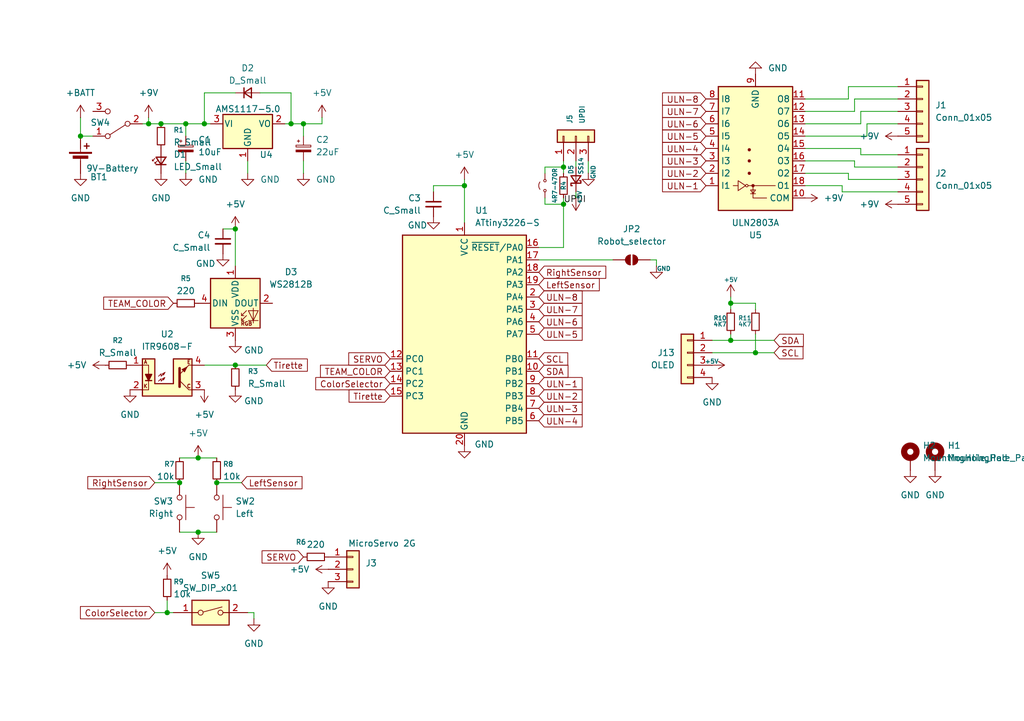
<source format=kicad_sch>
(kicad_sch (version 20250114) (generator "eeschema") (generator_version "9.0")
  (paper "A5")
  (lib_symbols
    (symbol "Connector_Generic:Conn_01x03" (pin_names (offset 1.016) (hide yes))
      (property "Reference" "J" (at 0 5.08 0))
      (property "Value" "Conn_01x03" (at 0 -5.08 0))
      (symbol "Conn_01x03_1_1"
        (rectangle (start -1.27 3.81) (end 1.27 -3.81) (stroke (width 0.254)) (fill (type background)))
        (rectangle (start -1.27 2.667) (end 0 2.413) (stroke (width 0.1524)))
        (rectangle (start -1.27 0.127) (end 0 -0.127) (stroke (width 0.1524)))
        (rectangle (start -1.27 -2.413) (end 0 -2.667) (stroke (width 0.1524)))
        (pin passive line (at -5.08 2.54 0) (length 3.81) (name "Pin_1") (number "1"))
        (pin passive line (at -5.08 0 0) (length 3.81) (name "Pin_2") (number "2"))
        (pin passive line (at -5.08 -2.54 0) (length 3.81) (name "Pin_3") (number "3"))
      )
    )
    (symbol "Connector_Generic:Conn_01x04" (pin_names (offset 1.016) (hide yes))
      (property "Reference" "J" (at 0 5.08 0))
      (property "Value" "Conn_01x04" (at 0 -7.62 0))
      (symbol "Conn_01x04_1_1"
        (rectangle (start -1.27 3.81) (end 1.27 -6.35) (stroke (width 0.254)) (fill (type background)))
        (rectangle (start -1.27 2.667) (end 0 2.413) (stroke (width 0.1524)))
        (rectangle (start -1.27 0.127) (end 0 -0.127) (stroke (width 0.1524)))
        (rectangle (start -1.27 -2.413) (end 0 -2.667) (stroke (width 0.1524)))
        (rectangle (start -1.27 -4.953) (end 0 -5.207) (stroke (width 0.1524)))
        (pin passive line (at -5.08 2.54 0) (length 3.81) (name "Pin_1") (number "1"))
        (pin passive line (at -5.08 0 0) (length 3.81) (name "Pin_2") (number "2"))
        (pin passive line (at -5.08 -2.54 0) (length 3.81) (name "Pin_3") (number "3"))
        (pin passive line (at -5.08 -5.08 0) (length 3.81) (name "Pin_4") (number "4"))
      )
    )
    (symbol "Connector_Generic:Conn_01x05" (pin_names (offset 1.016) (hide yes))
      (property "Reference" "J" (at 0 7.62 0))
      (property "Value" "Conn_01x05" (at 0 -7.62 0))
      (symbol "Conn_01x05_1_1"
        (rectangle (start -1.27 6.35) (end 1.27 -6.35) (stroke (width 0.254)) (fill (type background)))
        (rectangle (start -1.27 5.207) (end 0 4.953) (stroke (width 0.1524)))
        (rectangle (start -1.27 2.667) (end 0 2.413) (stroke (width 0.1524)))
        (rectangle (start -1.27 0.127) (end 0 -0.127) (stroke (width 0.1524)))
        (rectangle (start -1.27 -2.413) (end 0 -2.667) (stroke (width 0.1524)))
        (rectangle (start -1.27 -4.953) (end 0 -5.207) (stroke (width 0.1524)))
        (pin passive line (at -5.08 5.08 0) (length 3.81) (name "Pin_1") (number "1"))
        (pin passive line (at -5.08 2.54 0) (length 3.81) (name "Pin_2") (number "2"))
        (pin passive line (at -5.08 0 0) (length 3.81) (name "Pin_3") (number "3"))
        (pin passive line (at -5.08 -2.54 0) (length 3.81) (name "Pin_4") (number "4"))
        (pin passive line (at -5.08 -5.08 0) (length 3.81) (name "Pin_5") (number "5"))
      )
    )
    (symbol "Device:Battery_Cell" (pin_numbers (hide yes)) (pin_names (offset 0) (hide yes))
      (property "Reference" "BT" (at 2.54 2.54 0))
      (property "Value" "Battery_Cell" (at 2.54 0 0))
      (symbol "Battery_Cell_0_1"
        (rectangle (start -2.286 1.778) (end 2.286 1.524) (fill (type outline)))
        (rectangle (start -1.524 1.016) (end 1.524 0.508) (fill (type outline)))
        (polyline (pts (xy 0 1.778) (xy 0 2.54)))
        (polyline (pts (xy 0 0.762) (xy 0 0)))
        (polyline (pts (xy 0.762 3.048) (xy 1.778 3.048)) (stroke (width 0.254)))
        (polyline (pts (xy 1.27 3.556) (xy 1.27 2.54)) (stroke (width 0.254)))
      )
      (symbol "Battery_Cell_1_1"
        (pin passive line (at 0 5.08 270) (length 2.54) (name "+") (number "1"))
        (pin passive line (at 0 -2.54 90) (length 2.54) (name "-") (number "2"))
      )
    )
    (symbol "Device:C_Polarized_Small" (pin_numbers (hide yes)) (pin_names (offset 0.254) (hide yes))
      (property "Reference" "C" (at 0.254 1.778 0))
      (property "Value" "C_Polarized_Small" (at 0.254 -2.032 0))
      (symbol "C_Polarized_Small_0_1"
        (rectangle (start -1.524 0.6858) (end 1.524 0.3048))
        (rectangle (start -1.524 -0.3048) (end 1.524 -0.6858) (fill (type outline)))
        (polyline (pts (xy -1.27 1.524) (xy -0.762 1.524)))
        (polyline (pts (xy -1.016 1.27) (xy -1.016 1.778)))
      )
      (symbol "C_Polarized_Small_1_1"
        (pin passive line (at 0 2.54 270) (length 1.8542) (name "~") (number "1"))
        (pin passive line (at 0 -2.54 90) (length 1.8542) (name "~") (number "2"))
      )
    )
    (symbol "Device:C_Small" (pin_numbers (hide yes)) (pin_names (offset 0.254) (hide yes))
      (property "Reference" "C" (at 0.254 1.778 0))
      (property "Value" "C_Small" (at 0.254 -2.032 0))
      (symbol "C_Small_0_1"
        (polyline (pts (xy -1.524 0.508) (xy 1.524 0.508)) (stroke (width 0.3048)))
        (polyline (pts (xy -1.524 -0.508) (xy 1.524 -0.508)) (stroke (width 0.3302)))
      )
      (symbol "C_Small_1_1"
        (pin passive line (at 0 2.54 270) (length 2.032) (name "~") (number "1"))
        (pin passive line (at 0 -2.54 90) (length 2.032) (name "~") (number "2"))
      )
    )
    (symbol "Device:D_Schottky_Small" (pin_numbers (hide yes)) (pin_names (offset 0.254) (hide yes))
      (property "Reference" "D" (at -1.27 2.032 0))
      (property "Value" "D_Schottky_Small" (at -7.112 -2.032 0))
      (symbol "D_Schottky_Small_0_1"
        (polyline (pts (xy -1.27 0.762) (xy -1.27 1.016) (xy -0.762 1.016) (xy -0.762 -1.016) (xy -0.254 -1.016) (xy -0.254 -0.762)) (stroke (width 0.254)))
        (polyline (pts (xy -0.762 0) (xy 0.762 0)))
        (polyline (pts (xy 0.762 -1.016) (xy -0.762 0) (xy 0.762 1.016) (xy 0.762 -1.016)) (stroke (width 0.254)))
      )
      (symbol "D_Schottky_Small_1_1"
        (pin passive line (at -2.54 0 0) (length 1.778) (name "K") (number "1"))
        (pin passive line (at 2.54 0 180) (length 1.778) (name "A") (number "2"))
      )
    )
    (symbol "Device:D_Small" (pin_numbers (hide yes)) (pin_names (offset 0.254) (hide yes))
      (property "Reference" "D" (at -1.27 2.032 0))
      (property "Value" "D_Small" (at -3.81 -2.032 0))
      (symbol "D_Small_0_1"
        (polyline (pts (xy -0.762 0) (xy 0.762 0)))
        (polyline (pts (xy -0.762 -1.016) (xy -0.762 1.016)) (stroke (width 0.254)))
        (polyline (pts (xy 0.762 -1.016) (xy -0.762 0) (xy 0.762 1.016) (xy 0.762 -1.016)) (stroke (width 0.254)))
      )
      (symbol "D_Small_1_1"
        (pin passive line (at -2.54 0 0) (length 1.778) (name "K") (number "1"))
        (pin passive line (at 2.54 0 180) (length 1.778) (name "A") (number "2"))
      )
    )
    (symbol "Device:LED_Small" (pin_numbers (hide yes)) (pin_names (offset 0.254) (hide yes))
      (property "Reference" "D" (at -1.27 3.175 0))
      (property "Value" "LED_Small" (at -4.445 -2.54 0))
      (symbol "LED_Small_0_1"
        (polyline (pts (xy -0.762 -1.016) (xy -0.762 1.016)) (stroke (width 0.254)))
        (polyline (pts (xy 0 0.762) (xy -0.508 1.27) (xy -0.254 1.27) (xy -0.508 1.27) (xy -0.508 1.016)))
        (polyline (pts (xy 0.508 1.27) (xy 0 1.778) (xy 0.254 1.778) (xy 0 1.778) (xy 0 1.524)))
        (polyline (pts (xy 0.762 -1.016) (xy -0.762 0) (xy 0.762 1.016) (xy 0.762 -1.016)) (stroke (width 0.254)))
        (polyline (pts (xy 1.016 0) (xy -0.762 0)))
      )
      (symbol "LED_Small_1_1"
        (pin passive line (at -2.54 0 0) (length 1.778) (name "K") (number "1"))
        (pin passive line (at 2.54 0 180) (length 1.778) (name "A") (number "2"))
      )
    )
    (symbol "Device:R_Small" (pin_numbers (hide yes)) (pin_names (offset 0.254) (hide yes))
      (property "Reference" "R" (at 0 0 90))
      (property "Value" "R_Small" (at 1.778 0 90))
      (symbol "R_Small_0_1"
        (rectangle (start -0.762 1.778) (end 0.762 -1.778) (stroke (width 0.2032)))
      )
      (symbol "R_Small_1_1"
        (pin passive line (at 0 2.54 270) (length 0.762) (name "~") (number "1"))
        (pin passive line (at 0 -2.54 90) (length 0.762) (name "~") (number "2"))
      )
    )
    (symbol "Jumper:Jumper_2_Small_Open" (pin_numbers (hide yes)) (pin_names (offset 0) (hide yes))
      (property "Reference" "JP" (at 0 2.794 0))
      (property "Value" "Jumper_2_Small_Open" (at 0 -2.286 0))
      (symbol "Jumper_2_Small_Open_0_0"
        (circle (center -1.016 0) (radius 0.254))
        (circle (center 1.016 0) (radius 0.254))
      )
      (symbol "Jumper_2_Small_Open_0_1"
        (arc (start -0.762 1.0196) (mid 0 1.2729) (end 0.762 1.0196))
      )
      (symbol "Jumper_2_Small_Open_1_1"
        (pin passive line (at -2.54 0 0) (length 1.27) (name "A") (number "1"))
        (pin passive line (at 2.54 0 180) (length 1.27) (name "B") (number "2"))
      )
    )
    (symbol "Jumper:SolderJumper_2_Open" (pin_numbers (hide yes)) (pin_names (offset 0) (hide yes)) (in_bom no)
      (property "Reference" "JP" (at 0 2.032 0))
      (property "Value" "SolderJumper_2_Open" (at 0 -2.54 0))
      (symbol "SolderJumper_2_Open_0_1"
        (polyline (pts (xy -0.254 1.016) (xy -0.254 -1.016)))
        (arc (start -0.254 -1.016) (mid -1.2656 0) (end -0.254 1.016))
        (arc (start -0.254 -1.016) (mid -1.2656 0) (end -0.254 1.016) (fill (type outline)))
        (arc (start 0.254 1.016) (mid 1.2656 0) (end 0.254 -1.016))
        (arc (start 0.254 1.016) (mid 1.2656 0) (end 0.254 -1.016) (fill (type outline)))
        (polyline (pts (xy 0.254 1.016) (xy 0.254 -1.016)))
      )
      (symbol "SolderJumper_2_Open_1_1"
        (pin passive line (at -3.81 0 0) (length 2.54) (name "A") (number "1"))
        (pin passive line (at 3.81 0 180) (length 2.54) (name "B") (number "2"))
      )
    )
    (symbol "LED:WS2812B" (pin_names (offset 0.254))
      (property "Reference" "D" (at 5.08 5.715 0))
      (property "Value" "WS2812B" (at 1.27 -5.715 0))
      (symbol "WS2812B_0_0"
        (text "RGB" (at 2.286 -4.191 0) (effects (font (size 0.762 0.762))))
      )
      (symbol "WS2812B_0_1"
        (polyline (pts (xy 1.27 -2.54) (xy 1.778 -2.54)))
        (polyline (pts (xy 1.27 -3.556) (xy 1.778 -3.556)))
        (polyline (pts (xy 2.286 -1.524) (xy 1.27 -2.54) (xy 1.27 -2.032)))
        (polyline (pts (xy 2.286 -2.54) (xy 1.27 -3.556) (xy 1.27 -3.048)))
        (polyline (pts (xy 3.683 -1.016) (xy 3.683 -3.556) (xy 3.683 -4.064)))
        (polyline (pts (xy 4.699 -1.524) (xy 2.667 -1.524) (xy 3.683 -3.556) (xy 4.699 -1.524)))
        (polyline (pts (xy 4.699 -3.556) (xy 2.667 -3.556)))
        (rectangle (start 5.08 5.08) (end -5.08 -5.08) (stroke (width 0.254)) (fill (type background)))
      )
      (symbol "WS2812B_1_1"
        (pin input line (at -7.62 0 0) (length 2.54) (name "DIN") (number "4"))
        (pin power_in line (at 0 7.62 270) (length 2.54) (name "VDD") (number "1"))
        (pin power_in line (at 0 -7.62 90) (length 2.54) (name "VSS") (number "3"))
        (pin output line (at 7.62 0 180) (length 2.54) (name "DOUT") (number "2"))
      )
    )
    (symbol "MCU_Microchip_ATtiny:ATtiny3226-S"
      (property "Reference" "U" (at -12.7 21.59 0))
      (property "Value" "ATtiny3226-S" (at 2.54 -21.59 0))
      (symbol "ATtiny3226-S_0_1"
        (rectangle (start -12.7 -20.32) (end 12.7 20.32) (stroke (width 0.254)) (fill (type background)))
      )
      (symbol "ATtiny3226-S_1_1"
        (pin bidirectional line (at -15.24 -5.08 0) (length 2.54) (name "PC0") (number "12"))
        (pin bidirectional line (at -15.24 -7.62 0) (length 2.54) (name "PC1") (number "13"))
        (pin bidirectional line (at -15.24 -10.16 0) (length 2.54) (name "PC2") (number "14"))
        (pin bidirectional line (at -15.24 -12.7 0) (length 2.54) (name "PC3") (number "15"))
        (pin power_in line (at 0 22.86 270) (length 2.54) (name "VCC") (number "1"))
        (pin power_in line (at 0 -22.86 90) (length 2.54) (name "GND") (number "20"))
        (pin bidirectional line (at 15.24 17.78 180) (length 2.54) (name "~{RESET}/PA0") (number "16"))
        (pin bidirectional line (at 15.24 15.24 180) (length 2.54) (name "PA1") (number "17"))
        (pin bidirectional line (at 15.24 12.7 180) (length 2.54) (name "PA2") (number "18"))
        (pin bidirectional line (at 15.24 10.16 180) (length 2.54) (name "PA3") (number "19"))
        (pin bidirectional line (at 15.24 7.62 180) (length 2.54) (name "PA4") (number "2"))
        (pin bidirectional line (at 15.24 5.08 180) (length 2.54) (name "PA5") (number "3"))
        (pin bidirectional line (at 15.24 2.54 180) (length 2.54) (name "PA6") (number "4"))
        (pin bidirectional line (at 15.24 0 180) (length 2.54) (name "PA7") (number "5"))
        (pin bidirectional line (at 15.24 -5.08 180) (length 2.54) (name "PB0") (number "11"))
        (pin bidirectional line (at 15.24 -7.62 180) (length 2.54) (name "PB1") (number "10"))
        (pin bidirectional line (at 15.24 -10.16 180) (length 2.54) (name "PB2") (number "9"))
        (pin bidirectional line (at 15.24 -12.7 180) (length 2.54) (name "PB3") (number "8"))
        (pin bidirectional line (at 15.24 -15.24 180) (length 2.54) (name "PB4") (number "7"))
        (pin bidirectional line (at 15.24 -17.78 180) (length 2.54) (name "PB5") (number "6"))
      )
    )
    (symbol "Mechanical:MountingHole_Pad" (pin_numbers (hide yes)) (pin_names (offset 1.016) (hide yes)) (exclude_from_sim yes) (in_bom no)
      (property "Reference" "H" (at 0 6.35 0))
      (property "Value" "MountingHole_Pad" (at 0 4.445 0))
      (symbol "MountingHole_Pad_0_1"
        (circle (center 0 1.27) (radius 1.27) (stroke (width 1.27)))
      )
      (symbol "MountingHole_Pad_1_1"
        (pin input line (at 0 -2.54 90) (length 2.54) (name "1") (number "1"))
      )
    )
    (symbol "Regulator_Linear:AMS1117-3.3" (pin_names (offset 0.254))
      (property "Reference" "U" (at -3.81 3.175 0))
      (property "Value" "AMS1117-3.3" (at 0 3.175 0))
      (symbol "AMS1117-3.3_0_1"
        (rectangle (start -5.08 -5.08) (end 5.08 1.905) (stroke (width 0.254)) (fill (type background)))
      )
      (symbol "AMS1117-3.3_1_1"
        (pin power_in line (at -7.62 0 0) (length 2.54) (name "VI") (number "3"))
        (pin power_in line (at 0 -7.62 90) (length 2.54) (name "GND") (number "1"))
        (pin power_out line (at 7.62 0 180) (length 2.54) (name "VO") (number "2"))
      )
    )
    (symbol "Sensor_Proximity:ITR9608-F"
      (property "Reference" "U" (at -5.08 5.08 0))
      (property "Value" "ITR9608-F" (at 0 -5.08 0))
      (symbol "ITR9608-F_0_0"
        (text "A" (at -4.445 3.175 0) (effects (font (size 0.762 0.762))))
        (text "K" (at -4.445 -1.778 0) (effects (font (size 0.762 0.762))))
        (text "E" (at 4.445 3.175 0) (effects (font (size 0.762 0.762))))
        (text "C" (at 4.445 -1.778 0) (effects (font (size 0.762 0.762))))
      )
      (symbol "ITR9608-F_0_1"
        (polyline (pts (xy -5.08 3.81) (xy -5.08 -3.81) (xy 5.08 -3.81) (xy 5.08 3.81) (xy 1.27 3.81) (xy 1.27 -1.27) (xy -2.54 -1.27) (xy -2.54 3.81) (xy -5.08 3.81)) (stroke (width 0.254)) (fill (type background)))
        (polyline (pts (xy -5.08 2.54) (xy -3.81 2.54) (xy -3.81 0.635)))
        (polyline (pts (xy -5.08 -2.54) (xy -3.81 -2.54) (xy -3.81 -0.635)))
        (polyline (pts (xy -4.445 -0.635) (xy -3.175 -0.635)) (stroke (width 0.254)))
        (polyline (pts (xy -3.81 -0.635) (xy -4.445 0.635) (xy -3.175 0.635) (xy -3.81 -0.635)) (stroke (width 0.254)) (fill (type outline)))
        (polyline (pts (xy -1.778 0.254) (xy -1.2446 0.762) (xy -1.2446 0.254) (xy -0.4826 1.016)))
        (polyline (pts (xy -1.778 -0.762) (xy -1.2446 -0.254) (xy -1.2446 -0.762) (xy -0.4826 0) (xy -0.9906 -0.254) (xy -0.7366 -0.508) (xy -0.4826 0)))
        (polyline (pts (xy -0.4826 1.016) (xy -0.9906 0.762) (xy -0.7366 0.508) (xy -0.4826 1.016)))
        (polyline (pts (xy 2.54 -0.635) (xy 4.445 -2.54)))
        (polyline (pts (xy 2.54 -1.905) (xy 2.54 1.905) (xy 2.54 1.905)) (stroke (width 0.508)))
        (polyline (pts (xy 3.048 1.651) (xy 3.556 1.143) (xy 4.064 2.159) (xy 3.048 1.651) (xy 3.048 1.651)) (fill (type outline)))
        (polyline (pts (xy 4.445 2.54) (xy 2.54 0.635)) (fill (type outline)))
        (polyline (pts (xy 4.445 2.54) (xy 5.08 2.54)))
        (polyline (pts (xy 4.445 -2.54) (xy 5.08 -2.54)))
      )
      (symbol "ITR9608-F_1_1"
        (pin passive line (at -7.62 2.54 0) (length 2.54) (name "~") (number "1"))
        (pin passive line (at -7.62 -2.54 0) (length 2.54) (name "~") (number "2"))
        (pin open_emitter line (at 7.62 2.54 180) (length 2.54) (name "~") (number "4"))
        (pin open_collector line (at 7.62 -2.54 180) (length 2.54) (name "~") (number "3"))
      )
    )
    (symbol "Switch:SW_DIP_x01" (pin_names (offset 0) (hide yes))
      (property "Reference" "SW" (at 0 3.81 0))
      (property "Value" "SW_DIP_x01" (at 0 -3.81 0))
      (symbol "SW_DIP_x01_0_0"
        (circle (center -2.032 0) (radius 0.508))
        (polyline (pts (xy -1.524 0.127) (xy 2.3622 1.1684)))
        (circle (center 2.032 0) (radius 0.508))
      )
      (symbol "SW_DIP_x01_0_1"
        (rectangle (start -3.81 2.54) (end 3.81 -2.54) (stroke (width 0.254)) (fill (type background)))
      )
      (symbol "SW_DIP_x01_1_1"
        (pin passive line (at -7.62 0 0) (length 5.08) (name "~") (number "1"))
        (pin passive line (at 7.62 0 180) (length 5.08) (name "~") (number "2"))
      )
    )
    (symbol "Switch:SW_Push" (pin_numbers (hide yes)) (pin_names (offset 1.016) (hide yes))
      (property "Reference" "SW" (at 1.27 2.54 0))
      (property "Value" "SW_Push" (at 0 -1.524 0))
      (symbol "SW_Push_0_1"
        (circle (center -2.032 0) (radius 0.508))
        (polyline (pts (xy 0 1.27) (xy 0 3.048)))
        (circle (center 2.032 0) (radius 0.508))
        (polyline (pts (xy 2.54 1.27) (xy -2.54 1.27)))
        (pin passive line (at -5.08 0 0) (length 2.54) (name "1") (number "1"))
        (pin passive line (at 5.08 0 180) (length 2.54) (name "2") (number "2"))
      )
    )
    (symbol "Switch:SW_SPDT" (pin_names (offset 0) (hide yes))
      (property "Reference" "SW" (at 0 4.318 0))
      (property "Value" "SW_SPDT" (at 0 -5.08 0))
      (symbol "SW_SPDT_0_0"
        (circle (center -2.032 0) (radius 0.508))
        (circle (center 2.032 -2.54) (radius 0.508))
      )
      (symbol "SW_SPDT_0_1"
        (polyline (pts (xy -1.524 0.254) (xy 1.651 2.286)))
        (circle (center 2.032 2.54) (radius 0.508))
      )
      (symbol "SW_SPDT_1_1"
        (pin passive line (at -5.08 0 0) (length 2.54) (name "B") (number "2"))
        (pin passive line (at 5.08 2.54 180) (length 2.54) (name "A") (number "1"))
        (pin passive line (at 5.08 -2.54 180) (length 2.54) (name "C") (number "3"))
      )
    )
    (symbol "Transistor_Array:ULN2803A"
      (property "Reference" "U" (at 0 13.335 0))
      (property "Value" "ULN2803A" (at 0 11.43 0))
      (symbol "ULN2803A_0_1"
        (rectangle (start -7.62 -15.24) (end 7.62 10.16) (stroke (width 0.254)) (fill (type background)))
        (polyline (pts (xy -4.572 5.08) (xy -3.556 5.08)))
        (polyline (pts (xy -3.556 6.096) (xy -3.556 4.064) (xy -2.032 5.08) (xy -3.556 6.096)))
        (circle (center -1.778 5.08) (radius 0.254))
        (polyline (pts (xy -1.524 5.08) (xy 4.064 5.08)))
        (circle (center -1.27 2.54) (radius 0.254) (fill (type outline)))
        (circle (center -1.27 0) (radius 0.254) (fill (type outline)))
        (circle (center -1.27 -2.286) (radius 0.254) (fill (type outline)))
        (circle (center -0.508 5.08) (radius 0.254) (fill (type outline)))
        (polyline (pts (xy -0.508 5.08) (xy -0.508 7.62) (xy 2.286 7.62)))
        (polyline (pts (xy 0 6.731) (xy -1.016 6.731)))
        (polyline (pts (xy 0 5.969) (xy -1.016 5.969) (xy -0.508 6.731) (xy 0 5.969)))
      )
      (symbol "ULN2803A_1_1"
        (pin input line (at -10.16 5.08 0) (length 2.54) (name "I1") (number "1"))
        (pin input line (at -10.16 2.54 0) (length 2.54) (name "I2") (number "2"))
        (pin input line (at -10.16 0 0) (length 2.54) (name "I3") (number "3"))
        (pin input line (at -10.16 -2.54 0) (length 2.54) (name "I4") (number "4"))
        (pin input line (at -10.16 -5.08 0) (length 2.54) (name "I5") (number "5"))
        (pin input line (at -10.16 -7.62 0) (length 2.54) (name "I6") (number "6"))
        (pin input line (at -10.16 -10.16 0) (length 2.54) (name "I7") (number "7"))
        (pin input line (at -10.16 -12.7 0) (length 2.54) (name "I8") (number "8"))
        (pin power_in line (at 0 -17.78 90) (length 2.54) (name "GND") (number "9"))
        (pin passive line (at 10.16 7.62 180) (length 2.54) (name "COM") (number "10"))
        (pin open_collector line (at 10.16 5.08 180) (length 2.54) (name "O1") (number "18"))
        (pin open_collector line (at 10.16 2.54 180) (length 2.54) (name "O2") (number "17"))
        (pin open_collector line (at 10.16 0 180) (length 2.54) (name "O3") (number "16"))
        (pin open_collector line (at 10.16 -2.54 180) (length 2.54) (name "O4") (number "15"))
        (pin open_collector line (at 10.16 -5.08 180) (length 2.54) (name "O5") (number "14"))
        (pin open_collector line (at 10.16 -7.62 180) (length 2.54) (name "O6") (number "13"))
        (pin open_collector line (at 10.16 -10.16 180) (length 2.54) (name "O7") (number "12"))
        (pin open_collector line (at 10.16 -12.7 180) (length 2.54) (name "O8") (number "11"))
      )
    )
    (symbol "power:+5V" (power) (pin_numbers (hide yes)) (pin_names (offset 0) (hide yes))
      (property "Value" "+5V" (at 0 3.556 0))
      (symbol "+5V_0_1"
        (polyline (pts (xy -0.762 1.27) (xy 0 2.54)))
        (polyline (pts (xy 0 2.54) (xy 0.762 1.27)))
        (polyline (pts (xy 0 0) (xy 0 2.54)))
      )
      (symbol "+5V_1_1"
        (pin power_in line (at 0 0 90) (length 0) (name "~") (number "1"))
      )
    )
    (symbol "power:+9V" (power) (pin_numbers (hide yes)) (pin_names (offset 0) (hide yes))
      (property "Value" "+9V" (at 0 3.556 0))
      (symbol "+9V_0_1"
        (polyline (pts (xy -0.762 1.27) (xy 0 2.54)))
        (polyline (pts (xy 0 2.54) (xy 0.762 1.27)))
        (polyline (pts (xy 0 0) (xy 0 2.54)))
      )
      (symbol "+9V_1_1"
        (pin power_in line (at 0 0 90) (length 0) (name "~") (number "1"))
      )
    )
    (symbol "power:+BATT" (power) (pin_numbers (hide yes)) (pin_names (offset 0) (hide yes))
      (property "Value" "+BATT" (at 0 3.556 0))
      (symbol "+BATT_0_1"
        (polyline (pts (xy -0.762 1.27) (xy 0 2.54)))
        (polyline (pts (xy 0 2.54) (xy 0.762 1.27)))
        (polyline (pts (xy 0 0) (xy 0 2.54)))
      )
      (symbol "+BATT_1_1"
        (pin power_in line (at 0 0 90) (length 0) (name "~") (number "1"))
      )
    )
    (symbol "power:GND" (power) (pin_numbers (hide yes)) (pin_names (offset 0) (hide yes))
      (property "Value" "GND" (at 0 -3.81 0))
      (symbol "GND_0_1"
        (polyline (pts (xy 0 0) (xy 0 -1.27) (xy 1.27 -1.27) (xy 0 -2.54) (xy -1.27 -1.27) (xy 0 -1.27)))
      )
      (symbol "GND_1_1"
        (pin power_in line (at 0 0 270) (length 0) (name "~") (number "1"))
      )
    )
  )
  (junction (at 115.57 34.29))
  (junction (at 36.83 99.06))
  (junction (at 16.51 27.94))
  (junction (at 149.86 69.85))
  (junction (at 40.64 109.22))
  (junction (at 33.02 25.4))
  (junction (at 30.48 25.4))
  (junction (at 95.25 38.1))
  (junction (at 34.29 125.73))
  (junction (at 149.86 62.23))
  (junction (at 38.1 25.4))
  (junction (at 59.69 25.4))
  (junction (at 41.91 25.4))
  (junction (at 48.26 46.99))
  (junction (at 115.57 41.91))
  (junction (at 48.26 74.93))
  (junction (at 62.23 25.4))
  (junction (at 154.94 72.39))
  (junction (at 44.45 99.06))
  (junction (at 40.64 93.98))
  (wire (pts (xy 173.99 36.83) (xy 173.99 35.56)))
  (wire (pts (xy 173.99 17.78) (xy 184.15 17.78)))
  (wire (pts (xy 52.07 125.73) (xy 52.07 127)))
  (wire (pts (xy 175.26 20.32) (xy 184.15 20.32)))
  (wire (pts (xy 50.8 125.73) (xy 52.07 125.73)))
  (wire (pts (xy 172.72 38.1) (xy 165.1 38.1)))
  (wire (pts (xy 95.25 36.83) (xy 95.25 38.1)))
  (wire (pts (xy 184.15 34.29) (xy 175.26 34.29)))
  (wire (pts (xy 184.15 31.75) (xy 176.53 31.75)))
  (wire (pts (xy 184.15 39.37) (xy 172.72 39.37)))
  (wire (pts (xy 120.65 35.56) (xy 120.65 33.02)))
  (wire (pts (xy 44.45 99.06) (xy 49.53 99.06)))
  (wire (pts (xy 173.99 17.78) (xy 173.99 20.32)))
  (wire (pts (xy 115.57 41.91) (xy 111.76 41.91)))
  (wire (pts (xy 62.23 25.4) (xy 66.04 25.4)))
  (wire (pts (xy 149.86 60.96) (xy 149.86 62.23)))
  (wire (pts (xy 62.23 33.02) (xy 62.23 35.56)))
  (wire (pts (xy 134.62 54.61) (xy 134.62 53.34)))
  (wire (pts (xy 111.76 34.29) (xy 111.76 35.56)))
  (wire (pts (xy 149.86 62.23) (xy 149.86 63.5)))
  (wire (pts (xy 176.53 22.86) (xy 184.15 22.86)))
  (wire (pts (xy 48.26 19.05) (xy 41.91 19.05)))
  (wire (pts (xy 50.8 33.02) (xy 50.8 35.56)))
  (wire (pts (xy 177.8 25.4) (xy 184.15 25.4)))
  (wire (pts (xy 41.91 25.4) (xy 43.18 25.4)))
  (wire (pts (xy 154.94 68.58) (xy 154.94 72.39)))
  (wire (pts (xy 66.04 25.4) (xy 66.04 24.13)))
  (wire (pts (xy 175.26 33.02) (xy 165.1 33.02)))
  (wire (pts (xy 149.86 68.58) (xy 149.86 69.85)))
  (wire (pts (xy 59.69 25.4) (xy 62.23 25.4)))
  (wire (pts (xy 118.11 40.64) (xy 118.11 39.37)))
  (wire (pts (xy 110.49 53.34) (xy 125.73 53.34)))
  (wire (pts (xy 40.64 93.98) (xy 36.83 93.98)))
  (wire (pts (xy 115.57 50.8) (xy 110.49 50.8)))
  (wire (pts (xy 34.29 125.73) (xy 31.75 125.73)))
  (wire (pts (xy 31.75 99.06) (xy 36.83 99.06)))
  (wire (pts (xy 38.1 25.4) (xy 38.1 27.94)))
  (wire (pts (xy 154.94 63.5) (xy 154.94 62.23)))
  (wire (pts (xy 176.53 31.75) (xy 176.53 30.48)))
  (wire (pts (xy 134.62 53.34) (xy 133.35 53.34)))
  (wire (pts (xy 158.75 72.39) (xy 154.94 72.39)))
  (wire (pts (xy 118.11 34.29) (xy 118.11 33.02)))
  (wire (pts (xy 95.25 38.1) (xy 95.25 45.72)))
  (wire (pts (xy 173.99 20.32) (xy 165.1 20.32)))
  (wire (pts (xy 154.94 62.23) (xy 149.86 62.23)))
  (wire (pts (xy 154.94 72.39) (xy 146.05 72.39)))
  (wire (pts (xy 38.1 33.02) (xy 38.1 35.56)))
  (wire (pts (xy 88.9 38.1) (xy 95.25 38.1)))
  (wire (pts (xy 41.91 19.05) (xy 41.91 25.4)))
  (wire (pts (xy 176.53 25.4) (xy 165.1 25.4)))
  (wire (pts (xy 88.9 39.37) (xy 88.9 38.1)))
  (wire (pts (xy 172.72 39.37) (xy 172.72 38.1)))
  (wire (pts (xy 177.8 25.4) (xy 177.8 27.94)))
  (wire (pts (xy 53.34 19.05) (xy 59.69 19.05)))
  (wire (pts (xy 111.76 41.91) (xy 111.76 40.64)))
  (wire (pts (xy 41.91 74.93) (xy 48.26 74.93)))
  (wire (pts (xy 62.23 27.94) (xy 62.23 25.4)))
  (wire (pts (xy 176.53 22.86) (xy 176.53 25.4)))
  (wire (pts (xy 40.64 109.22) (xy 44.45 109.22)))
  (wire (pts (xy 30.48 24.13) (xy 30.48 25.4)))
  (wire (pts (xy 48.26 74.93) (xy 54.61 74.93)))
  (wire (pts (xy 173.99 35.56) (xy 165.1 35.56)))
  (wire (pts (xy 30.48 25.4) (xy 33.02 25.4)))
  (wire (pts (xy 40.64 109.22) (xy 36.83 109.22)))
  (wire (pts (xy 34.29 123.19) (xy 34.29 125.73)))
  (wire (pts (xy 149.86 69.85) (xy 146.05 69.85)))
  (wire (pts (xy 29.21 25.4) (xy 30.48 25.4)))
  (wire (pts (xy 16.51 24.13) (xy 16.51 27.94)))
  (wire (pts (xy 177.8 27.94) (xy 165.1 27.94)))
  (wire (pts (xy 45.72 46.99) (xy 48.26 46.99)))
  (wire (pts (xy 38.1 25.4) (xy 41.91 25.4)))
  (wire (pts (xy 58.42 25.4) (xy 59.69 25.4)))
  (wire (pts (xy 111.76 34.29) (xy 115.57 34.29)))
  (wire (pts (xy 175.26 22.86) (xy 165.1 22.86)))
  (wire (pts (xy 115.57 35.56) (xy 115.57 34.29)))
  (wire (pts (xy 40.64 93.98) (xy 44.45 93.98)))
  (wire (pts (xy 16.51 27.94) (xy 19.05 27.94)))
  (wire (pts (xy 175.26 34.29) (xy 175.26 33.02)))
  (wire (pts (xy 176.53 30.48) (xy 165.1 30.48)))
  (wire (pts (xy 48.26 46.99) (xy 48.26 54.61)))
  (wire (pts (xy 33.02 25.4) (xy 38.1 25.4)))
  (wire (pts (xy 184.15 36.83) (xy 173.99 36.83)))
  (wire (pts (xy 59.69 19.05) (xy 59.69 25.4)))
  (wire (pts (xy 115.57 41.91) (xy 115.57 50.8)))
  (wire (pts (xy 115.57 33.02) (xy 115.57 34.29)))
  (wire (pts (xy 158.75 69.85) (xy 149.86 69.85)))
  (wire (pts (xy 175.26 20.32) (xy 175.26 22.86)))
  (wire (pts (xy 35.56 125.73) (xy 34.29 125.73)))
  (wire (pts (xy 115.57 40.64) (xy 115.57 41.91)))
  (label "UPDI" (at 115.57 41.91 0))
  (global_label "SERVO" (shape input) (at 80.01 73.66 180) (property "Intersheetrefs" "${INTERSHEET_REFS}" (effects (hide yes))))
  (global_label "ULN-4" (shape input) (at 110.49 86.36 0) (property "Intersheetrefs" "${INTERSHEET_REFS}" (effects (hide yes))))
  (global_label "SDA" (shape input) (at 158.75 69.85 0) (property "Intersheetrefs" "${INTERSHEET_REFS}" (effects (hide yes))))
  (global_label "ULN-4" (shape input) (at 144.78 30.48 180) (property "Intersheetrefs" "${INTERSHEET_REFS}" (effects (hide yes))))
  (global_label "TEAM_COLOR" (shape input) (at 35.56 62.23 180) (property "Intersheetrefs" "${INTERSHEET_REFS}" (effects (hide yes))))
  (global_label "ULN-8" (shape input) (at 144.78 20.32 180) (property "Intersheetrefs" "${INTERSHEET_REFS}" (effects (hide yes))))
  (global_label "LeftSensor" (shape input) (at 110.49 58.42 0) (property "Intersheetrefs" "${INTERSHEET_REFS}" (effects (hide yes))))
  (global_label "ColorSelector" (shape input) (at 80.01 78.74 180) (property "Intersheetrefs" "${INTERSHEET_REFS}" (effects (hide yes))))
  (global_label "ULN-7" (shape input) (at 144.78 22.86 180) (property "Intersheetrefs" "${INTERSHEET_REFS}" (effects (hide yes))))
  (global_label "Tirette" (shape input) (at 80.01 81.28 180) (property "Intersheetrefs" "${INTERSHEET_REFS}" (effects (hide yes))))
  (global_label "Tirette" (shape input) (at 54.61 74.93 0) (property "Intersheetrefs" "${INTERSHEET_REFS}" (effects (hide yes))))
  (global_label "ULN-6" (shape input) (at 144.78 25.4 180) (property "Intersheetrefs" "${INTERSHEET_REFS}" (effects (hide yes))))
  (global_label "ULN-2" (shape input) (at 144.78 35.56 180) (property "Intersheetrefs" "${INTERSHEET_REFS}" (effects (hide yes))))
  (global_label "ULN-3" (shape input) (at 110.49 83.82 0) (property "Intersheetrefs" "${INTERSHEET_REFS}" (effects (hide yes))))
  (global_label "ULN-2" (shape input) (at 110.49 81.28 0) (property "Intersheetrefs" "${INTERSHEET_REFS}" (effects (hide yes))))
  (global_label "SDA" (shape input) (at 110.49 76.2 0) (property "Intersheetrefs" "${INTERSHEET_REFS}" (effects (hide yes))))
  (global_label "ULN-1" (shape input) (at 110.49 78.74 0) (property "Intersheetrefs" "${INTERSHEET_REFS}" (effects (hide yes))))
  (global_label "RightSensor" (shape input) (at 110.49 55.88 0) (property "Intersheetrefs" "${INTERSHEET_REFS}" (effects (hide yes))))
  (global_label "SERVO" (shape input) (at 62.23 114.3 180) (property "Intersheetrefs" "${INTERSHEET_REFS}" (effects (hide yes))))
  (global_label "RightSensor" (shape input) (at 31.75 99.06 180) (property "Intersheetrefs" "${INTERSHEET_REFS}" (effects (hide yes))))
  (global_label "ULN-7" (shape input) (at 110.49 63.5 0) (property "Intersheetrefs" "${INTERSHEET_REFS}" (effects (hide yes))))
  (global_label "ULN-8" (shape input) (at 110.49 60.96 0) (property "Intersheetrefs" "${INTERSHEET_REFS}" (effects (hide yes))))
  (global_label "ULN-5" (shape input) (at 110.49 68.58 0) (property "Intersheetrefs" "${INTERSHEET_REFS}" (effects (hide yes))))
  (global_label "ColorSelector" (shape input) (at 31.75 125.73 180) (property "Intersheetrefs" "${INTERSHEET_REFS}" (effects (hide yes))))
  (global_label "ULN-1" (shape input) (at 144.78 38.1 180) (property "Intersheetrefs" "${INTERSHEET_REFS}" (effects (hide yes))))
  (global_label "SCL" (shape input) (at 110.49 73.66 0) (property "Intersheetrefs" "${INTERSHEET_REFS}" (effects (hide yes))))
  (global_label "TEAM_COLOR" (shape input) (at 80.01 76.2 180) (property "Intersheetrefs" "${INTERSHEET_REFS}" (effects (hide yes))))
  (global_label "ULN-3" (shape input) (at 144.78 33.02 180) (property "Intersheetrefs" "${INTERSHEET_REFS}" (effects (hide yes))))
  (global_label "ULN-5" (shape input) (at 144.78 27.94 180) (property "Intersheetrefs" "${INTERSHEET_REFS}" (effects (hide yes))))
  (global_label "ULN-6" (shape input) (at 110.49 66.04 0) (property "Intersheetrefs" "${INTERSHEET_REFS}" (effects (hide yes))))
  (global_label "LeftSensor" (shape input) (at 49.53 99.06 0) (property "Intersheetrefs" "${INTERSHEET_REFS}" (effects (hide yes))))
  (global_label "SCL" (shape input) (at 158.75 72.39 0) (property "Intersheetrefs" "${INTERSHEET_REFS}" (effects (hide yes))))
  (symbol (lib_id "power:+5V") (at 149.86 60.96 0) (unit 1)
    (property "Reference" "#PWR035" (effects (hide yes)))
    (property "Value" "+5V" (at 149.86 57.404 0) (effects (font (size 0.889 0.889))))
    (property "Description" "Power symbol creates a global label with name \"+5V\"" (effects (hide yes)))
  )
  (symbol (lib_id "power:GND") (at 95.25 91.44 0) (unit 1)
    (property "Reference" "#PWR017" (effects (hide yes)))
    (property "Value" "GND" (at 97.282 91.186 0) (effects (justify left)))
    (property "Description" "Power symbol creates a global label with name \"GND\" , ground" (effects (hide yes)))
  )
  (symbol (lib_id "Connector_Generic:Conn_01x05") (at 189.23 22.86 0) (unit 1)
    (property "Reference" "J1" (at 191.77 21.5899 0) (effects (justify left)))
    (property "Value" "Conn_01x05" (at 191.77 24.1299 0) (effects (justify left)))
    (property "Footprint" "Connector_JST:JST_XH_B5B-XH-A_1x05_P2.50mm_Vertical" (effects (hide yes)))
    (property "Description" "Generic connector, single row, 01x05, script generated (kicad-library-utils/schlib/autogen/connector/)" (effects (hide yes)))
  )
  (symbol (lib_id "power:+5V") (at 146.05 74.93 270) (unit 1)
    (property "Reference" "#PWR033" (effects (hide yes)))
    (property "Value" "+5V" (at 144.526 74.168 90) (effects (font (size 0.889 0.889)) (justify left)))
    (property "Description" "Power symbol creates a global label with name \"+5V\"" (effects (hide yes)))
  )
  (symbol (lib_id "Device:R_Small") (at 24.13 74.93 90) (unit 1)
    (property "Reference" "R2" (at 24.13 69.85 90) (effects (font (size 1.016 1.016))))
    (property "Value" "R_Small" (at 24.13 72.39 90))
    (property "Footprint" "Resistor_SMD:R_1206_3216Metric_Pad1.30x1.75mm_HandSolder" (effects (hide yes)))
    (property "Description" "Resistor, small symbol" (effects (hide yes)))
  )
  (symbol (lib_id "power:GND") (at 186.69 96.52 0) (unit 1)
    (property "Reference" "#PWR010" (effects (hide yes)))
    (property "Value" "GND" (at 186.69 101.6 0))
    (property "Description" "Power symbol creates a global label with name \"GND\" , ground" (effects (hide yes)))
  )
  (symbol (lib_id "power:GND") (at 45.72 52.07 0) (unit 1)
    (property "Reference" "#PWR027" (effects (hide yes)))
    (property "Value" "GND" (at 42.164 54.102 0))
    (property "Description" "Power symbol creates a global label with name \"GND\" , ground" (effects (hide yes)))
  )
  (symbol (lib_id "Device:R_Small") (at 44.45 96.52 180) (unit 1)
    (property "Reference" "R8" (at 45.72 95.25 0) (effects (font (size 1.016 1.016)) (justify right)))
    (property "Value" "10k" (at 45.72 97.79 0) (effects (justify right)))
    (property "Footprint" "Resistor_SMD:R_1206_3216Metric_Pad1.30x1.75mm_HandSolder" (effects (hide yes)))
    (property "Description" "Resistor, small symbol" (effects (hide yes)))
  )
  (symbol (lib_id "power:GND") (at 48.26 69.85 0) (unit 1)
    (property "Reference" "#PWR026" (effects (hide yes)))
    (property "Value" "GND" (at 52.07 71.882 0))
    (property "Description" "Power symbol creates a global label with name \"GND\" , ground" (effects (hide yes)))
  )
  (symbol (lib_id "power:+BATT") (at 16.51 24.13 0) (unit 1)
    (property "Reference" "#PWR032" (effects (hide yes)))
    (property "Value" "+BATT" (at 16.51 19.05 0))
    (property "Description" "Power symbol creates a global label with name \"+BATT\"" (effects (hide yes)))
  )
  (symbol (lib_id "power:GND") (at 88.9 44.45 0) (unit 1)
    (property "Reference" "#PWR022" (effects (hide yes)))
    (property "Value" "GND" (at 83.566 46.228 0) (effects (justify left)))
    (property "Description" "Power symbol creates a global label with name \"GND\" , ground" (effects (hide yes)))
  )
  (symbol (lib_id "power:+9V") (at 184.15 27.94 90) (unit 1)
    (property "Reference" "#PWR06" (effects (hide yes)))
    (property "Value" "+9V" (at 180.34 27.9399 90) (effects (justify left)))
    (property "Description" "Power symbol creates a global label with name \"+9V\"" (effects (hide yes)))
  )
  (symbol (lib_id "power:GND") (at 62.23 35.56 0) (unit 1)
    (property "Reference" "#PWR014" (effects (hide yes)))
    (property "Value" "GND" (at 64.77 36.8299 0) (effects (justify left)))
  )
  (symbol (lib_id "Mechanical:MountingHole_Pad") (at 186.69 93.98 0) (unit 1) (exclude_from_sim yes) (in_bom no)
    (property "Reference" "H2" (at 189.23 91.4399 0) (effects (justify left)))
    (property "Value" "MountingHole_Pad" (at 189.23 93.9799 0) (effects (justify left)))
    (property "Footprint" "MountingHole:MountingHole_3.2mm_M3_Pad_Via" (effects (hide yes)))
    (property "Description" "Mounting Hole with connection" (effects (hide yes)))
  )
  (symbol (lib_id "Device:C_Polarized_Small") (at 38.1 30.48 0) (unit 1)
    (property "Reference" "C1" (at 40.64 28.6638 0) (effects (justify left)))
    (property "Value" "10uF" (at 40.64 31.2038 0) (effects (justify left)))
    (property "Footprint" "Capacitor_SMD:CP_Elec_5x5.4" (effects (hide yes)))
  )
  (symbol (lib_id "power:GND") (at 50.8 35.56 0) (unit 1)
    (property "Reference" "#PWR013" (effects (hide yes)))
    (property "Value" "GND" (at 53.34 36.8299 0) (effects (justify left)))
  )
  (symbol (lib_id "power:GND") (at 191.77 96.52 0) (unit 1)
    (property "Reference" "#PWR09" (effects (hide yes)))
    (property "Value" "GND" (at 191.77 101.6 0))
    (property "Description" "Power symbol creates a global label with name \"GND\" , ground" (effects (hide yes)))
  )
  (symbol (lib_id "Sensor_Proximity:ITR9608-F") (at 34.29 77.47 0) (unit 1)
    (property "Reference" "U2" (at 34.29 68.58 0))
    (property "Value" "ITR9608-F" (at 34.29 71.12 0))
    (property "Footprint" "OptoDevice:Everlight_ITR9608-F" (effects (hide yes)))
    (property "Datasheet" "https://www.everlighteurope.com/custom/files/datasheets/DRX-0000076.pdf" (effects (hide yes)))
    (property "Description" "Photointerrupter infrared LED with photo IC, -25 to +85 degree Celsius" (effects (hide yes)))
  )
  (symbol (lib_id "power:GND") (at 134.62 54.61 0) (unit 1)
    (property "Reference" "#PWR034" (effects (hide yes)))
    (property "Value" "GND" (at 136.144 55.118 0) (effects (font (size 0.889 0.889))))
    (property "Description" "Power symbol creates a global label with name \"GND\" , ground" (effects (hide yes)))
  )
  (symbol (lib_id "MCU_Microchip_ATtiny:ATtiny3226-S") (at 95.25 68.58 0) (unit 1)
    (property "Reference" "U1" (at 97.3933 43.18 0) (effects (justify left)))
    (property "Value" "ATtiny3226-S" (at 97.3933 45.72 0) (effects (justify left)))
    (property "Footprint" "Package_SO:SOIC-20W_7.5x12.8mm_P1.27mm" (effects (hide yes)))
    (property "Datasheet" "https://ww1.microchip.com/downloads/en/DeviceDoc/ATtiny3224-3226-3227-Data-Sheet-DS40002345A.pdf" (effects (hide yes)))
    (property "Description" "20MHz, 32kB Flash, 3kB SRAM, 256B EEPROM, SOIC-20" (effects (hide yes)))
  )
  (symbol (lib_id "power:+9V") (at 165.1 40.64 270) (unit 1)
    (property "Reference" "#PWR02" (effects (hide yes)))
    (property "Value" "+9V" (at 168.91 40.6399 90) (effects (justify left)))
    (property "Description" "Power symbol creates a global label with name \"+9V\"" (effects (hide yes)))
  )
  (symbol (lib_id "Device:R_Small") (at 33.02 27.94 0) (unit 1)
    (property "Reference" "R1" (at 35.56 26.6699 0) (effects (font (size 1.016 1.016)) (justify left)))
    (property "Value" "R_Small" (at 35.56 29.2099 0) (effects (justify left)))
    (property "Footprint" "Resistor_SMD:R_1206_3216Metric_Pad1.30x1.75mm_HandSolder" (effects (hide yes)))
    (property "Description" "Resistor, small symbol" (effects (hide yes)))
  )
  (symbol (lib_id "Connector_Generic:Conn_01x03") (at 118.11 27.94 90) (unit 1)
    (property "Reference" "J5" (at 116.8399 25.4 0) (effects (font (size 1.016 1.016)) (justify left)))
    (property "Value" "UPDI" (at 119.3799 25.4 0) (effects (font (size 1.016 1.016)) (justify left)))
    (property "Footprint" "Connector_PinHeader_2.54mm:PinHeader_1x03_P2.54mm_Vertical" (effects (hide yes)))
    (property "Description" "Generic connector, single row, 01x03, script generated (kicad-library-utils/schlib/autogen/connector/)" (effects (hide yes)))
  )
  (symbol (lib_id "power:GND") (at 48.26 80.01 0) (unit 1)
    (property "Reference" "#PWR020" (effects (hide yes)))
    (property "Value" "GND" (at 52.07 82.296 0))
    (property "Description" "Power symbol creates a global label with name \"GND\" , ground" (effects (hide yes)))
  )
  (symbol (lib_id "power:+5V") (at 66.04 24.13 0) (unit 1)
    (property "Reference" "#PWR016" (effects (hide yes)))
    (property "Value" "+5V" (at 66.04 19.05 0))
    (property "Description" "Power symbol creates a global label with name \"+5V\"" (effects (hide yes)))
  )
  (symbol (lib_id "Device:R_Small") (at 48.26 77.47 180) (unit 1)
    (property "Reference" "R3" (at 50.8 76.1999 0) (effects (font (size 1.016 1.016)) (justify right)))
    (property "Value" "R_Small" (at 50.8 78.7399 0) (effects (justify right)))
    (property "Footprint" "Resistor_SMD:R_1206_3216Metric_Pad1.30x1.75mm_HandSolder" (effects (hide yes)))
    (property "Description" "Resistor, small symbol" (effects (hide yes)))
  )
  (symbol (lib_id "power:GND") (at 26.67 80.01 0) (unit 1)
    (property "Reference" "#PWR018" (effects (hide yes)))
    (property "Value" "GND" (at 26.67 85.09 0))
    (property "Description" "Power symbol creates a global label with name \"GND\" , ground" (effects (hide yes)))
  )
  (symbol (lib_id "power:GND") (at 120.65 35.56 0) (unit 1)
    (property "Reference" "#PWR021" (effects (hide yes)))
    (property "Value" "GND" (at 121.666 35.306 90) (effects (font (size 0.889 0.889))))
    (property "Description" "Power symbol creates a global label with name \"GND\" , ground" (effects (hide yes)))
  )
  (symbol (lib_id "power:+9V") (at 30.48 24.13 0) (unit 1)
    (property "Reference" "#PWR011" (effects (hide yes)))
    (property "Value" "+9V" (at 30.48 19.05 0))
    (property "Description" "Power symbol creates a global label with name \"+9V\"" (effects (hide yes)))
  )
  (symbol (lib_id "power:GND") (at 16.51 35.56 0) (unit 1)
    (property "Reference" "#PWR08" (effects (hide yes)))
    (property "Value" "GND" (at 16.51 40.64 0))
    (property "Description" "Power symbol creates a global label with name \"GND\" , ground" (effects (hide yes)))
  )
  (symbol (lib_id "power:GND") (at 40.64 109.22 0) (unit 1)
    (property "Reference" "#PWR019" (effects (hide yes)))
    (property "Value" "GND" (at 40.64 114.3 0))
    (property "Description" "Power symbol creates a global label with name \"GND\" , ground" (effects (hide yes)))
  )
  (symbol (lib_id "power:+5V") (at 67.31 116.84 90) (unit 1)
    (property "Reference" "#PWR023" (effects (hide yes)))
    (property "Value" "+5V" (at 63.5 116.8399 90) (effects (justify left)))
    (property "Description" "Power symbol creates a global label with name \"+5V\"" (effects (hide yes)))
  )
  (symbol (lib_id "Device:D_Schottky_Small") (at 118.11 36.83 90) (unit 1)
    (property "Reference" "D5" (at 117.094 34.798 0) (effects (font (size 0.889 0.889))))
    (property "Value" "SS14" (at 119.126 34.036 0) (effects (font (size 0.889 0.889))))
    (property "Footprint" "Diode_SMD:D_SMA_Handsoldering" (effects (hide yes)))
    (property "Description" "Schottky diode, small symbol" (effects (hide yes)))
  )
  (symbol (lib_id "Device:D_Small") (at 50.8 19.05 0) (unit 1)
    (property "Reference" "D2" (at 50.8 13.97 0))
    (property "Value" "D_Small" (at 50.8 16.51 0))
    (property "Footprint" "Diode_SMD:D_SMA_Handsoldering" (effects (hide yes)))
  )
  (symbol (lib_id "Device:LED_Small") (at 33.02 33.02 90) (unit 1)
    (property "Reference" "D1" (at 35.56 31.6864 90) (effects (justify right)))
    (property "Value" "LED_Small" (at 35.56 34.2264 90) (effects (justify right)))
    (property "Footprint" "LED_SMD:LED_1206_3216Metric_Pad1.42x1.75mm_HandSolder" (effects (hide yes)))
    (property "Description" "Light emitting diode, small symbol" (effects (hide yes)))
    (property "Sim.Pin" "1=K 2=A" (effects (hide yes)))
  )
  (symbol (lib_id "power:GND") (at 67.31 119.38 0) (unit 1)
    (property "Reference" "#PWR024" (effects (hide yes)))
    (property "Value" "GND" (at 67.31 124.46 0))
    (property "Description" "Power symbol creates a global label with name \"GND\" , ground" (effects (hide yes)))
  )
  (symbol (lib_id "power:GND") (at 154.94 15.24 180) (unit 1)
    (property "Reference" "#PWR03" (effects (hide yes)))
    (property "Value" "GND" (at 157.48 13.9699 0) (effects (justify right)))
    (property "Description" "Power symbol creates a global label with name \"GND\" , ground" (effects (hide yes)))
  )
  (symbol (lib_id "power:+5V") (at 40.64 93.98 0) (unit 1)
    (property "Reference" "#PWR028" (effects (hide yes)))
    (property "Value" "+5V" (at 40.64 88.9 0))
    (property "Description" "Power symbol creates a global label with name \"+5V\"" (effects (hide yes)))
  )
  (symbol (lib_id "Switch:SW_SPDT") (at 24.13 25.4 180) (unit 1)
    (property "Reference" "SW4" (at 20.574 25.146 0))
    (property "Value" "SW_SPDT" (effects (hide yes)))
    (property "Footprint" "Switch:SK-12D10 1P2T" (effects (hide yes)))
  )
  (symbol (lib_id "LED:WS2812B") (at 48.26 62.23 0) (unit 1)
    (property "Reference" "D3" (at 59.69 55.8098 0))
    (property "Value" "WS2812B" (at 59.69 58.3498 0))
    (property "Footprint" "LED_SMD:LED_WS2812B_PLCC4_5.0x5.0mm_P3.2mm" (effects (hide yes)))
    (property "Datasheet" "https://cdn-shop.adafruit.com/datasheets/WS2812B.pdf" (effects (hide yes)))
    (property "Description" "RGB LED with integrated controller" (effects (hide yes)))
  )
  (symbol (lib_id "Device:C_Polarized_Small") (at 62.23 30.48 0) (unit 1)
    (property "Reference" "C2" (at 64.77 28.6638 0) (effects (justify left)))
    (property "Value" "22uF" (at 64.77 31.2038 0) (effects (justify left)))
    (property "Footprint" "Capacitor_Tantalum_SMD:CP_EIA-3528-12_Kemet-T_Pad1.50x2.35mm_HandSolder" (effects (hide yes)))
  )
  (symbol (lib_id "Transistor_Array:ULN2803A") (at 154.94 33.02 0) (mirror x) (unit 1)
    (property "Reference" "U5" (at 154.94 48.26 0))
    (property "Value" "ULN2803A" (at 154.94 45.72 0))
    (property "Footprint" "Package_SO:SOIC-18W_7.5x11.6mm_P1.27mm" (effects (hide yes)))
    (property "Datasheet" "http://www.ti.com/lit/ds/symlink/uln2803a.pdf" (effects (hide yes)))
    (property "Description" "Darlington Transistor Arrays, SOIC18/DIP18" (effects (hide yes)))
  )
  (symbol (lib_id "Device:R_Small") (at 38.1 62.23 90) (unit 1)
    (property "Reference" "R5" (at 38.1 57.15 90) (effects (font (size 1.016 1.016))))
    (property "Value" "220" (at 38.1 59.69 90))
    (property "Footprint" "Resistor_SMD:R_1206_3216Metric_Pad1.30x1.75mm_HandSolder" (effects (hide yes)))
    (property "Description" "Resistor, small symbol" (effects (hide yes)))
  )
  (symbol (lib_id "Device:Battery_Cell") (at 16.51 33.02 0) (unit 1)
    (property "Reference" "BT1" (at 22.098 36.322 0) (effects (justify right)))
    (property "Value" "9V-Battery" (at 28.448 34.544 0) (effects (justify right)))
    (property "Footprint" "PCB-Mount-PP3-9V:9V-PP3" (effects (hide yes)))
    (property "Description" "Single-cell battery" (effects (hide yes)))
  )
  (symbol (lib_id "power:+5V") (at 21.59 74.93 90) (unit 1)
    (property "Reference" "#PWR04" (effects (hide yes)))
    (property "Value" "+5V" (at 17.78 74.9299 90) (effects (justify left)))
    (property "Description" "Power symbol creates a global label with name \"+5V\"" (effects (hide yes)))
  )
  (symbol (lib_id "power:+5V") (at 95.25 36.83 0) (unit 1)
    (property "Reference" "#PWR015" (effects (hide yes)))
    (property "Value" "+5V" (at 95.25 31.75 0))
    (property "Description" "Power symbol creates a global label with name \"+5V\"" (effects (hide yes)))
  )
  (symbol (lib_id "Device:R_Small") (at 34.29 120.65 180) (unit 1)
    (property "Reference" "R9" (at 35.56 119.38 0) (effects (font (size 1.016 1.016)) (justify right)))
    (property "Value" "10k" (at 35.56 121.92 0) (effects (justify right)))
    (property "Footprint" "Resistor_SMD:R_1206_3216Metric_Pad1.30x1.75mm_HandSolder" (effects (hide yes)))
    (property "Description" "Resistor, small symbol" (effects (hide yes)))
  )
  (symbol (lib_id "Jumper:SolderJumper_2_Open") (at 129.54 53.34 0) (unit 1) (in_bom no)
    (property "Reference" "JP2" (at 129.54 46.99 0))
    (property "Value" "Robot_selector" (at 129.54 49.53 0))
    (property "Footprint" "Jumper:SolderJumper-2_P1.3mm_Open_RoundedPad1.0x1.5mm" (effects (hide yes)))
    (property "Description" "Solder Jumper, 2-pole, open" (effects (hide yes)))
  )
  (symbol (lib_id "Device:R_Small") (at 36.83 96.52 180) (unit 1)
    (property "Reference" "R7" (at 35.814 95.25 0) (effects (font (size 1.016 1.016)) (justify left)))
    (property "Value" "10k" (at 35.814 97.79 0) (effects (justify left)))
    (property "Footprint" "Resistor_SMD:R_1206_3216Metric_Pad1.30x1.75mm_HandSolder" (effects (hide yes)))
    (property "Description" "Resistor, small symbol" (effects (hide yes)))
  )
  (symbol (lib_id "Switch:SW_Push") (at 44.45 104.14 270) (unit 1)
    (property "Reference" "SW2" (at 48.26 102.8699 90) (effects (justify left)))
    (property "Value" "Left" (at 48.26 105.4099 90) (effects (justify left)))
    (property "Footprint" "Button_Switch_THT:SW_XKB_DM1-16UP-1" (effects (hide yes)))
    (property "Description" "Push button switch, generic, two pins" (effects (hide yes)))
  )
  (symbol (lib_id "Device:R_Small") (at 115.57 38.1 180) (unit 1)
    (property "Reference" "R4" (at 115.57 38.1 90) (effects (font (size 0.889 0.889))))
    (property "Value" "4R7-470R" (at 113.792 38.1 90) (effects (font (size 0.889 0.889))))
    (property "Footprint" "Resistor_SMD:R_1206_3216Metric_Pad1.30x1.75mm_HandSolder" (effects (hide yes)))
    (property "Description" "Resistor, small symbol" (effects (hide yes)))
  )
  (symbol (lib_id "power:GND") (at 52.07 127 0) (unit 1)
    (property "Reference" "#PWR029" (effects (hide yes)))
    (property "Value" "GND" (at 52.07 132.08 0))
    (property "Description" "Power symbol creates a global label with name \"GND\" , ground" (effects (hide yes)))
  )
  (symbol (lib_id "Mechanical:MountingHole_Pad") (at 191.77 93.98 0) (unit 1) (exclude_from_sim yes) (in_bom no)
    (property "Reference" "H1" (at 194.31 91.4399 0) (effects (justify left)))
    (property "Value" "MountingHole_Pad" (at 194.31 93.9799 0) (effects (justify left)))
    (property "Footprint" "MountingHole:MountingHole_3.2mm_M3_Pad_Via" (effects (hide yes)))
    (property "Description" "Mounting Hole with connection" (effects (hide yes)))
  )
  (symbol (lib_id "power:+9V") (at 184.15 41.91 90) (unit 1)
    (property "Reference" "#PWR05" (effects (hide yes)))
    (property "Value" "+9V" (at 180.34 41.9099 90) (effects (justify left)))
    (property "Description" "Power symbol creates a global label with name \"+9V\"" (effects (hide yes)))
  )
  (symbol (lib_id "Device:C_Small") (at 88.9 41.91 0) (unit 1)
    (property "Reference" "C3" (at 86.36 40.6462 0) (effects (justify right)))
    (property "Value" "C_Small" (at 86.36 43.1862 0) (effects (justify right)))
    (property "Footprint" "Capacitor_SMD:C_1206_3216Metric_Pad1.33x1.80mm_HandSolder" (effects (hide yes)))
    (property "Description" "Unpolarized capacitor, small symbol" (effects (hide yes)))
  )
  (symbol (lib_id "Switch:SW_DIP_x01") (at 43.18 125.73 0) (unit 1)
    (property "Reference" "SW5" (at 43.18 118.11 0))
    (property "Value" "SW_DIP_x01" (at 43.18 120.65 0))
    (property "Footprint" "Button_Switch_THT:SW_DIP_SPSTx01_Slide_9.78x4.72mm_W7.62mm_P2.54mm" (effects (hide yes)))
    (property "Description" "1x DIP Switch, Single Pole Single Throw (SPST) switch, small symbol" (effects (hide yes)))
  )
  (symbol (lib_id "Device:C_Small") (at 45.72 49.53 0) (unit 1)
    (property "Reference" "C4" (at 43.18 48.2662 0) (effects (justify right)))
    (property "Value" "C_Small" (at 43.18 50.8062 0) (effects (justify right)))
    (property "Footprint" "Capacitor_SMD:C_1206_3216Metric_Pad1.33x1.80mm_HandSolder" (effects (hide yes)))
    (property "Description" "Unpolarized capacitor, small symbol" (effects (hide yes)))
  )
  (symbol (lib_id "power:GND") (at 38.1 35.56 0) (unit 1)
    (property "Reference" "#PWR012" (effects (hide yes)))
    (property "Value" "GND" (at 40.64 36.8299 0) (effects (justify left)))
  )
  (symbol (lib_id "Jumper:Jumper_2_Small_Open") (at 111.76 38.1 90) (unit 1)
    (property "Reference" "JP1" (effects (hide yes)))
    (property "Value" "Jumper_2_Small_Open" (effects (hide yes)))
    (property "Footprint" "Jumper:SolderJumper-2_P1.3mm_Open_RoundedPad1.0x1.5mm" (effects (hide yes)))
    (property "Description" "Jumper, 2-pole, small symbol, open" (effects (hide yes)))
  )
  (symbol (lib_id "Connector_Generic:Conn_01x03") (at 72.39 116.84 0) (unit 1)
    (property "Reference" "J3" (at 74.93 115.5699 0) (effects (justify left)))
    (property "Value" "MicroServo 2G" (at 71.374 111.506 0) (effects (justify left)))
    (property "Footprint" "Connector_PinHeader_2.54mm:PinHeader_1x03_P2.54mm_Vertical" (effects (hide yes)))
    (property "Description" "Generic connector, single row, 01x03, script generated (kicad-library-utils/schlib/autogen/connector/)" (effects (hide yes)))
  )
  (symbol (lib_id "power:+5V") (at 48.26 46.99 0) (unit 1)
    (property "Reference" "#PWR025" (effects (hide yes)))
    (property "Value" "+5V" (at 48.26 41.91 0))
    (property "Description" "Power symbol creates a global label with name \"+5V\"" (effects (hide yes)))
  )
  (symbol (lib_id "Connector_Generic:Conn_01x05") (at 189.23 36.83 0) (unit 1)
    (property "Reference" "J2" (at 191.77 35.5599 0) (effects (justify left)))
    (property "Value" "Conn_01x05" (at 191.77 38.0999 0) (effects (justify left)))
    (property "Footprint" "Connector_JST:JST_XH_B5B-XH-A_1x05_P2.50mm_Vertical" (effects (hide yes)))
    (property "Description" "Generic connector, single row, 01x05, script generated (kicad-library-utils/schlib/autogen/connector/)" (effects (hide yes)))
  )
  (symbol (lib_id "power:+5V") (at 34.29 118.11 0) (unit 1)
    (property "Reference" "#PWR030" (effects (hide yes)))
    (property "Value" "+5V" (at 34.29 113.03 0))
    (property "Description" "Power symbol creates a global label with name \"+5V\"" (effects (hide yes)))
  )
  (symbol (lib_id "Device:R_Small") (at 64.77 114.3 90) (unit 1)
    (property "Reference" "R6" (at 61.722 111.252 90) (effects (font (size 1.016 1.016))))
    (property "Value" "220" (at 64.77 111.76 90))
    (property "Footprint" "Resistor_SMD:R_1206_3216Metric_Pad1.30x1.75mm_HandSolder" (effects (hide yes)))
    (property "Description" "Resistor, small symbol" (effects (hide yes)))
  )
  (symbol (lib_id "power:GND") (at 146.05 77.47 0) (unit 1)
    (property "Reference" "#PWR052" (effects (hide yes)))
    (property "Value" "GND" (at 146.05 82.55 0))
  )
  (symbol (lib_id "Switch:SW_Push") (at 36.83 104.14 270) (unit 1)
    (property "Reference" "SW3" (at 35.56 102.8699 90) (effects (justify right)))
    (property "Value" "Right" (at 35.56 105.4099 90) (effects (justify right)))
    (property "Footprint" "Button_Switch_THT:SW_XKB_DM1-16UP-1" (effects (hide yes)))
    (property "Description" "Push button switch, generic, two pins" (effects (hide yes)))
  )
  (symbol (lib_id "Device:R_Small") (at 154.94 66.04 180) (unit 1)
    (property "Reference" "R11" (at 151.384 65.278 0) (effects (font (size 0.889 0.889)) (justify right)))
    (property "Value" "4K7" (at 151.384 66.548 0) (effects (font (size 0.889 0.889)) (justify right)))
    (property "Footprint" "Resistor_SMD:R_1206_3216Metric_Pad1.30x1.75mm_HandSolder" (effects (hide yes)))
    (property "Description" "Resistor, small symbol" (effects (hide yes)))
  )
  (symbol (lib_id "Connector_Generic:Conn_01x04") (at 140.97 72.39 0) (mirror y) (unit 1)
    (property "Reference" "J13" (at 138.43 72.39 0) (effects (justify left)))
    (property "Value" "OLED" (at 138.43 74.93 0) (effects (justify left)))
    (property "Footprint" "Connector_PinSocket_2.54mm:PinSocket_1x04_P2.54mm_Vertical" (effects (hide yes)))
  )
  (symbol (lib_id "power:GND") (at 33.02 35.56 0) (unit 1)
    (property "Reference" "#PWR07" (effects (hide yes)))
    (property "Value" "GND" (at 33.02 40.64 0))
  )
  (symbol (lib_id "power:+5V") (at 41.91 80.01 180) (unit 1)
    (property "Reference" "#PWR01" (effects (hide yes)))
    (property "Value" "+5V" (at 41.91 85.09 0))
    (property "Description" "Power symbol creates a global label with name \"+5V\"" (effects (hide yes)))
  )
  (symbol (lib_id "Regulator_Linear:AMS1117-3.3") (at 50.8 25.4 0) (unit 1)
    (property "Reference" "U4" (at 54.61 31.75 0))
    (property "Value" "AMS1117-5.0" (at 50.8649 22.3615 0))
    (property "Footprint" "Package_TO_SOT_SMD:SOT-223-3_TabPin2" (effects (hide yes)))
    (property "Datasheet" "http://www.advanced-monolithic.com/pdf/ds1117.pdf" (effects (hide yes)))
  )
  (symbol (lib_id "power:+5V") (at 118.11 40.64 180) (unit 1)
    (property "Reference" "#PWR031" (effects (hide yes)))
    (property "Value" "+5V" (at 118.872 39.116 90) (effects (font (size 0.889 0.889)) (justify left)))
    (property "Description" "Power symbol creates a global label with name \"+5V\"" (effects (hide yes)))
  )
  (symbol (lib_id "Device:R_Small") (at 149.86 66.04 180) (unit 1)
    (property "Reference" "R10" (at 146.304 65.278 0) (effects (font (size 0.889 0.889)) (justify right)))
    (property "Value" "4K7" (at 146.304 66.548 0) (effects (font (size 0.889 0.889)) (justify right)))
    (property "Footprint" "Resistor_SMD:R_1206_3216Metric_Pad1.30x1.75mm_HandSolder" (effects (hide yes)))
    (property "Description" "Resistor, small symbol" (effects (hide yes)))
  )
)
</source>
